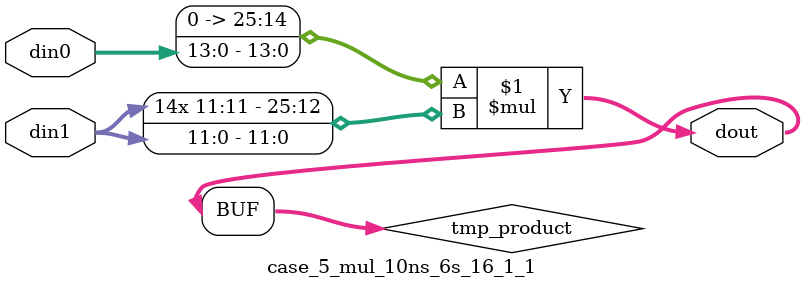
<source format=v>

`timescale 1 ns / 1 ps

 (* use_dsp = "no" *)  module case_5_mul_10ns_6s_16_1_1(din0, din1, dout);
parameter ID = 1;
parameter NUM_STAGE = 0;
parameter din0_WIDTH = 14;
parameter din1_WIDTH = 12;
parameter dout_WIDTH = 26;

input [din0_WIDTH - 1 : 0] din0; 
input [din1_WIDTH - 1 : 0] din1; 
output [dout_WIDTH - 1 : 0] dout;

wire signed [dout_WIDTH - 1 : 0] tmp_product;

























assign tmp_product = $signed({1'b0, din0}) * $signed(din1);










assign dout = tmp_product;





















endmodule

</source>
